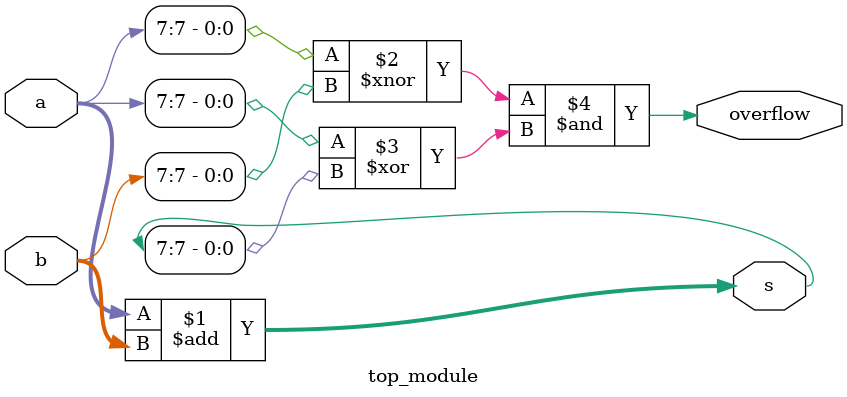
<source format=v>
module top_module (
    input [7:0] a,
    input [7:0] b,
    output [7:0] s,
    output overflow
); //
 
    // assign s = ...
    // assign overflow = ...

  assign s=a+b;
  assign overflow=(a[7] ~^b[7]) & (a[7]^s[7]);
endmodule

</source>
